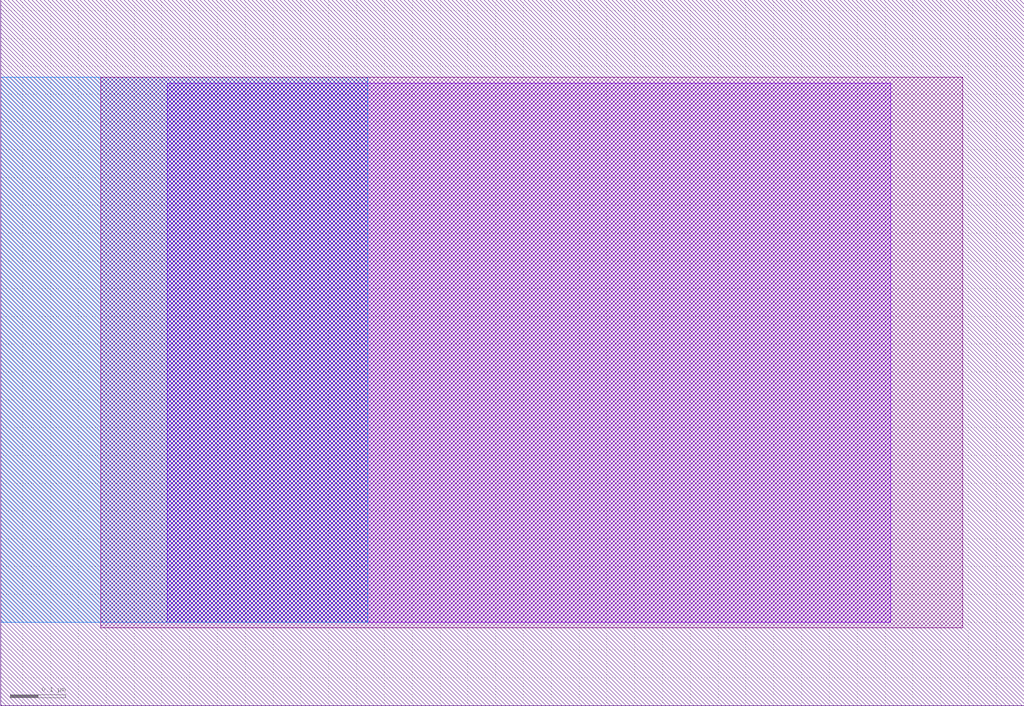
<source format=lef>
VERSION 5.7 ;
  NOWIREEXTENSIONATPIN ON ;
  DIVIDERCHAR "/" ;
  BUSBITCHARS "[]" ;
UNITS
  DATABASE MICRONS 200 ;
END UNITS

LAYER via2
  TYPE CUT ;
END via2

LAYER via
  TYPE CUT ;
END via

LAYER nwell
  TYPE MASTERSLICE ;
END nwell

LAYER via3
  TYPE CUT ;
END via3

LAYER pwell
  TYPE MASTERSLICE ;
END pwell

LAYER via4
  TYPE CUT ;
END via4

LAYER mcon
  TYPE CUT ;
END mcon

LAYER met6
  TYPE ROUTING ;
  WIDTH 0.030000 ;
  SPACING 0.040000 ;
  DIRECTION HORIZONTAL ;
END met6

LAYER met1
  TYPE ROUTING ;
  WIDTH 0.140000 ;
  SPACING 0.140000 ;
  DIRECTION HORIZONTAL ;
END met1

LAYER met3
  TYPE ROUTING ;
  WIDTH 0.300000 ;
  SPACING 0.300000 ;
  DIRECTION HORIZONTAL ;
END met3

LAYER met2
  TYPE ROUTING ;
  WIDTH 0.140000 ;
  SPACING 0.140000 ;
  DIRECTION HORIZONTAL ;
END met2

LAYER met4
  TYPE ROUTING ;
  WIDTH 0.300000 ;
  SPACING 0.300000 ;
  DIRECTION HORIZONTAL ;
END met4

LAYER met5
  TYPE ROUTING ;
  WIDTH 1.600000 ;
  SPACING 1.600000 ;
  DIRECTION HORIZONTAL ;
END met5

LAYER li1
  TYPE ROUTING ;
  WIDTH 0.170000 ;
  SPACING 0.170000 ;
  DIRECTION HORIZONTAL ;
END li1

MACRO sky130_hilas_nMirror03
  CLASS BLOCK ;
  FOREIGN sky130_hilas_nMirror03 ;
  ORIGIN 0.590 0.050 ;
  SIZE 1.840 BY 1.270 ;
  OBS
      LAYER li1 ;
        RECT -0.410 0.090 1.140 1.080 ;
      LAYER met1 ;
        RECT -0.290 0.100 1.010 1.070 ;
      LAYER met2 ;
        RECT -0.590 0.100 0.070 1.080 ;
  END
END sky130_hilas_nMirror03
END LIBRARY


</source>
